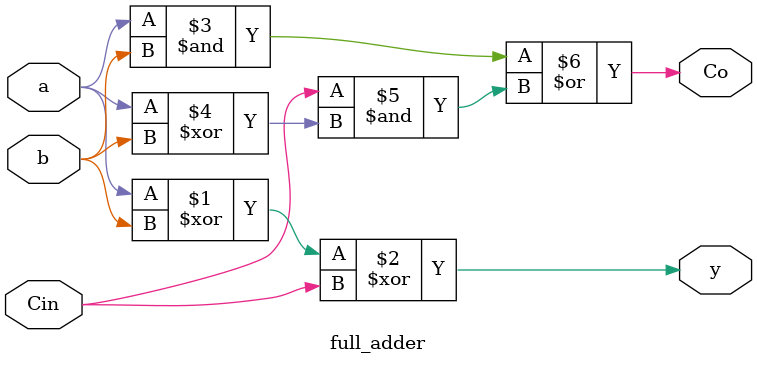
<source format=v>
module adder_16bit (
    input wire [15:0] a,
    input wire [15:0] b,
    input wire Cin,
    output wire [15:0] y,
    output wire Co
);

    wire [15:0] carry;

    // 8-bit adder
    add8bit add1 (.a(a[7:0]), .b(b[7:0]), .Cin(Cin), .y(y[7:0]), .Co(carry[0]));
    add8bit add2 (.a(a[15:8]), .b(b[15:8]), .Cin(carry[0]), .y(y[15:8]), .Co(Co));

endmodule

// 8-bit full adder
module add8bit (
    input wire [7:0] a,
    input wire [7:0] b,
    input wire Cin,
    output wire [7:0] y,
    output wire Co
);

    wire [7:1] carry;

    full_adder fa0 (.a(a[0]), .b(b[0]), .Cin(Cin), .y(y[0]), .Co(carry[0]));
    genvar i;
    generate
        for (i = 1; i < 8; i = i + 1) begin : each_bit
            full_adder fa (.a(a[i]), .b(b[i]), .Cin(carry[i-1]), .y(y[i]), .Co(carry[i]));
        end
    endgenerate
    assign Co = carry[7];

endmodule

// 1-bit full adder
module full_adder (
    input wire a,
    input wire b,
    input wire Cin,
    output wire y,
    output wire Co
);

    assign y = a ^ b ^ Cin;
    assign Co = (a & b) | (Cin & (a ^ b));

endmodule
</source>
